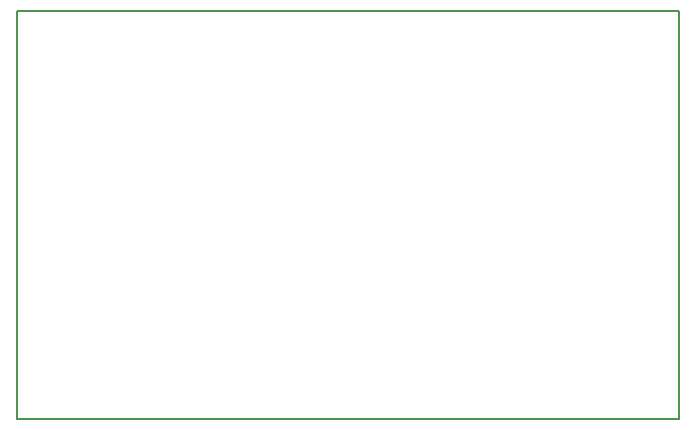
<source format=gm1>
G04 #@! TF.GenerationSoftware,KiCad,Pcbnew,5.0.0-rc2-dev-unknown-bf135b0~64~ubuntu16.04.1*
G04 #@! TF.CreationDate,2018-05-07T12:38:37+02:00*
G04 #@! TF.ProjectId,uwb_pcb,7577625F7063622E6B696361645F7063,rev?*
G04 #@! TF.SameCoordinates,Original*
G04 #@! TF.FileFunction,Profile,NP*
%FSLAX46Y46*%
G04 Gerber Fmt 4.6, Leading zero omitted, Abs format (unit mm)*
G04 Created by KiCad (PCBNEW 5.0.0-rc2-dev-unknown-bf135b0~64~ubuntu16.04.1) date Mon May  7 12:38:37 2018*
%MOMM*%
%LPD*%
G01*
G04 APERTURE LIST*
%ADD10C,0.150000*%
G04 APERTURE END LIST*
D10*
X143500000Y-68000000D02*
X143500000Y-33500000D01*
X87500000Y-68000000D02*
X143500000Y-68000000D01*
X87500000Y-33500000D02*
X87500000Y-68000000D01*
X143500000Y-33500000D02*
X87500000Y-33500000D01*
M02*

</source>
